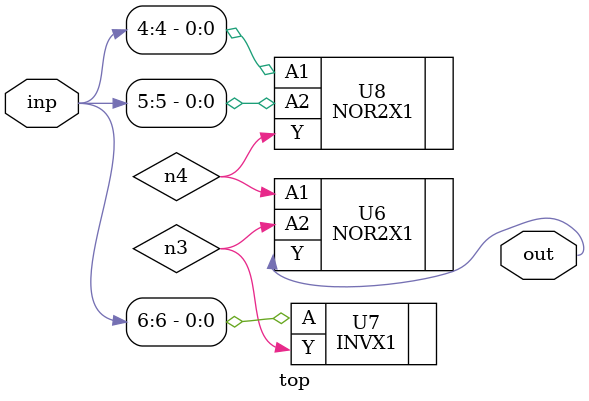
<source format=sv>


module top ( inp, out );
  input [6:0] inp;
  output out;
  wire   n3, n4;

  NOR2X1 U6 ( .A1(n4), .A2(n3), .Y(out) );
  INVX1 U7 ( .A(inp[6]), .Y(n3) );
  NOR2X1 U8 ( .A1(inp[4]), .A2(inp[5]), .Y(n4) );
endmodule


</source>
